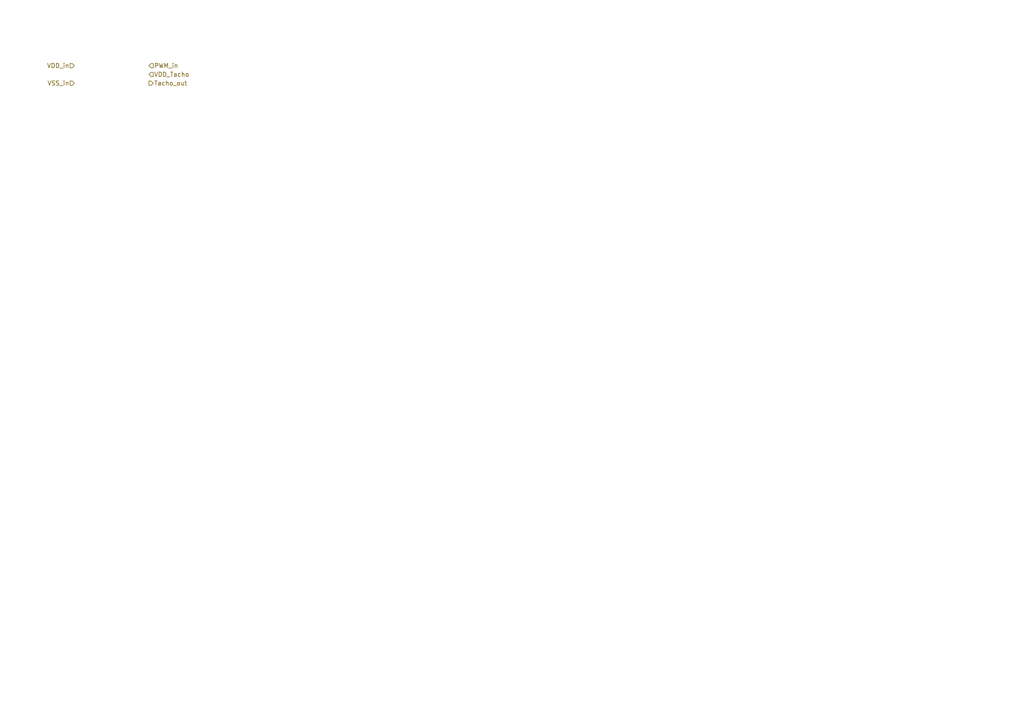
<source format=kicad_sch>
(kicad_sch (version 20211123) (generator eeschema)
  (paper "A4")
  (lib_symbols)
  (hierarchical_label "PWM_in" (shape input) (at 43.18 19.05 0))
  (hierarchical_label "Tacho_out" (shape output) (at 43.18 24.13 0))
  (hierarchical_label "VDD_Tacho" (shape input) (at 43.18 21.59 0))
  (hierarchical_label "VSS_in" (shape input) (at 21.59 24.13 180))
  (hierarchical_label "VDD_in" (shape input) (at 21.59 19.05 180))
)
</source>
